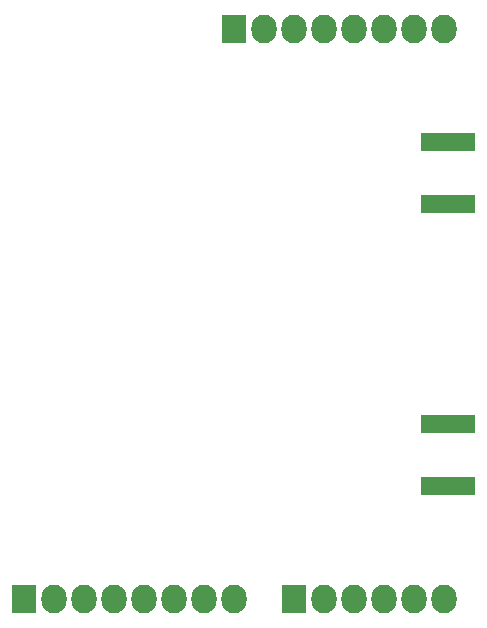
<source format=gbs>
G04 #@! TF.FileFunction,Soldermask,Bot*
%FSLAX46Y46*%
G04 Gerber Fmt 4.6, Leading zero omitted, Abs format (unit mm)*
G04 Created by KiCad (PCBNEW 4.0.0-rc2-1-stable) date Monday, January 18, 2016 'PMt' 02:37:55 PM*
%MOMM*%
G01*
G04 APERTURE LIST*
%ADD10C,0.100000*%
%ADD11R,2.127200X2.432000*%
%ADD12O,2.127200X2.432000*%
%ADD13R,4.600000X1.600000*%
G04 APERTURE END LIST*
D10*
D11*
X129794000Y-135382000D03*
D12*
X132334000Y-135382000D03*
X134874000Y-135382000D03*
X137414000Y-135382000D03*
X139954000Y-135382000D03*
X142494000Y-135382000D03*
X145034000Y-135382000D03*
X147574000Y-135382000D03*
D11*
X152654000Y-135382000D03*
D12*
X155194000Y-135382000D03*
X157734000Y-135382000D03*
X160274000Y-135382000D03*
X162814000Y-135382000D03*
X165354000Y-135382000D03*
D11*
X147574000Y-87122000D03*
D12*
X150114000Y-87122000D03*
X152654000Y-87122000D03*
X155194000Y-87122000D03*
X157734000Y-87122000D03*
X160274000Y-87122000D03*
X162814000Y-87122000D03*
X165354000Y-87122000D03*
D13*
X165676000Y-120560000D03*
X165676000Y-125820000D03*
X165676000Y-96684000D03*
X165676000Y-101944000D03*
M02*

</source>
